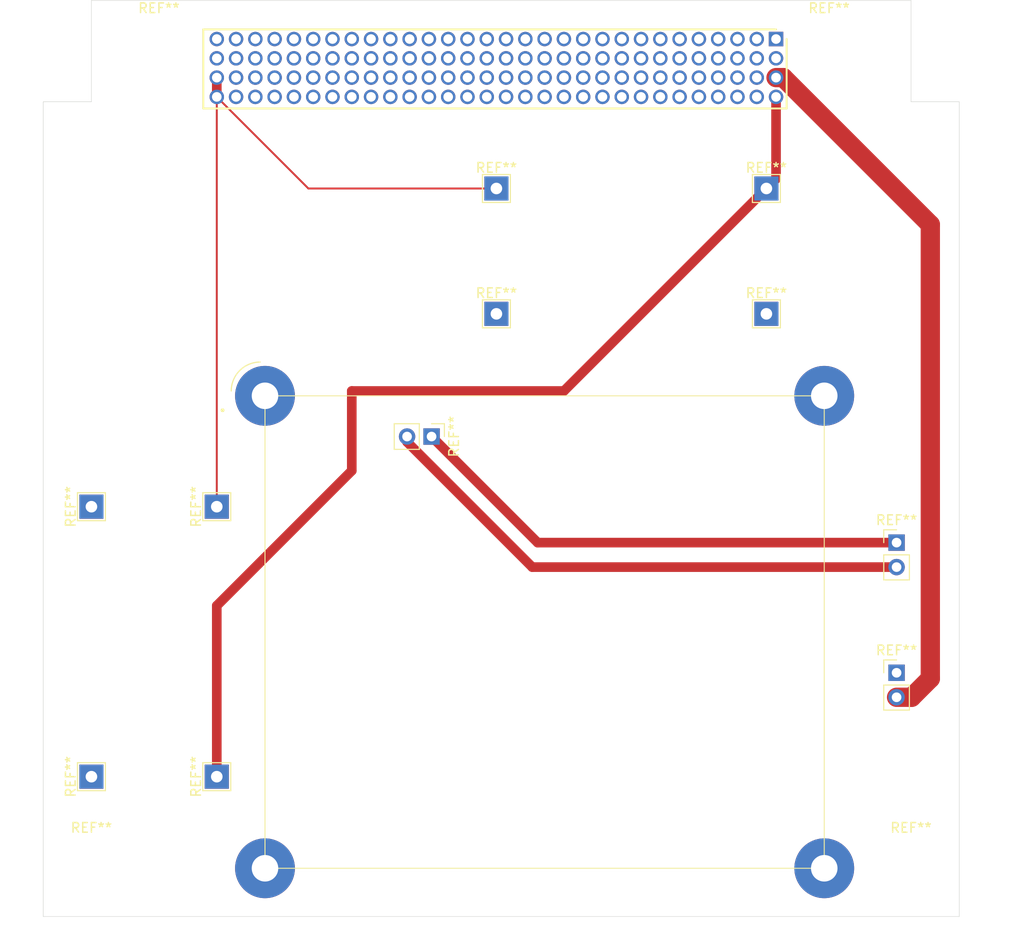
<source format=kicad_pcb>
(kicad_pcb (version 20240108) (generator "pcbnew") (generator_version "8.0")
  (layers (0 "F.Cu" signal) (1 "In1.Cu" signal) (2 "In2.Cu" signal) (31 "B.Cu" signal) (34 "B.Paste" user) (35 "F.Paste" user) (36 "B.SilkS" user "B.Silkscreen") (37 "F.SilkS" user "F.Silkscreen") (38 "B.Mask" user) (39 "F.Mask" user) (44 "Edge.Cuts" user))
  (net 0 "")
  (net 1 "GND")
  (net 2 "BAT-IN")
  (net 3 "-")
  (net 4 "+")
  (net 5 "BAT-OUT")
  (net 6 "vdd")
  (footprint "TestPoint:TestPoint_THTPad_2.5x2.5mm_Drill1.2mm" (layer "F.Cu") (at 255 89)
    (property "Reference" "REF**" (at 0 -2.148 0) (layer "F.SilkS"))
    (property "Value" "TestPoint_THTPad_2.5x2.5mm_Drill1.2mm")
    (fp_line (start -1.45 -1.45) (end 1.45 -1.45) (stroke (width 0.12)) (layer "F.SilkS"))
    (fp_line (start -1.45 1.45) (end -1.45 -1.45) (stroke (width 0.12)) (layer "F.SilkS"))
    (fp_line (start 1.45 -1.45) (end 1.45 1.45) (stroke (width 0.12)) (layer "F.SilkS"))
    (fp_line (start 1.45 1.45) (end -1.45 1.45) (stroke (width 0.12)) (layer "F.SilkS"))
    (pad "1" thru_hole rect (at 0 0) (size 2.5 2.5) (drill 1.2) (layers "*.Cu" "*.Mask") (net 1 "GND"))
  )
  (footprint "TestPoint:TestPoint_THTPad_2.5x2.5mm_Drill1.2mm" (layer "F.Cu") (at 198 137 90)
    (property "Reference" "REF**" (at 0 -2.148 270) (layer "F.SilkS"))
    (property "Value" "TestPoint_THTPad_2.5x2.5mm_Drill1.2mm")
    (fp_line (start 1.45 -1.45) (end 1.45 1.45) (stroke (width 0.12)) (layer "F.SilkS"))
    (fp_line (start -1.45 -1.45) (end 1.45 -1.45) (stroke (width 0.12)) (layer "F.SilkS"))
    (fp_line (start 1.45 1.45) (end -1.45 1.45) (stroke (width 0.12)) (layer "F.SilkS"))
    (fp_line (start -1.45 1.45) (end -1.45 -1.45) (stroke (width 0.12)) (layer "F.SilkS"))
    (pad "1" thru_hole rect (at 0 0 90) (size 2.5 2.5) (drill 1.2) (layers "*.Cu" "*.Mask") (net 5 "BAT-OUT"))
  )
  (footprint "KiCad:RHDR120W55P200_4X30_6020X800X935P" (layer "F.Cu") (at 256 60.5)
    (property "Reference" "J**" (hide yes))
    (property "Value" "RHDR120W55P200_4X30_6020X800X935P" (hide yes))
    (fp_line (start -59.4 -1) (end -59.4 7.2) (stroke (width 0.2)) (layer "F.SilkS"))
    (fp_line (start -59.4 7.2) (end 1.1 7.2) (stroke (width 0.2)) (layer "F.SilkS"))
    (fp_line (start 0 -1) (end -59.4 -1) (stroke (width 0.2)) (layer "F.SilkS"))
    (fp_line (start 1.1 7.2) (end 1.1 0) (stroke (width 0.2)) (layer "F.SilkS"))
    (pad "1" thru_hole rect (at 0 0) (size 1.5 1.5) (drill 1) (layers "*.Cu" "*.Mask") (net 1 "GND"))
    (pad "2" thru_hole circle (at -2 0) (size 1.5 1.5) (drill 1) (layers "*.Cu" "*.Mask") (net 1 "GND"))
    (pad "3" thru_hole circle (at -4 0) (size 1.5 1.5) (drill 1) (layers "*.Cu" "*.Mask"))
    (pad "4" thru_hole circle (at -6 0) (size 1.5 1.5) (drill 1) (layers "*.Cu" "*.Mask"))
    (pad "5" thru_hole circle (at -8 0) (size 1.5 1.5) (drill 1) (layers "*.Cu" "*.Mask"))
    (pad "6" thru_hole circle (at -10 0) (size 1.5 1.5) (drill 1) (layers "*.Cu" "*.Mask"))
    (pad "7" thru_hole circle (at -12 0) (size 1.5 1.5) (drill 1) (layers "*.Cu" "*.Mask"))
    (pad "8" thru_hole circle (at -14 0) (size 1.5 1.5) (drill 1) (layers "*.Cu" "*.Mask"))
    (pad "9" thru_hole circle (at -16 0) (size 1.5 1.5) (drill 1) (layers "*.Cu" "*.Mask"))
    (pad "10" thru_hole circle (at -18 0) (size 1.5 1.5) (drill 1) (layers "*.Cu" "*.Mask"))
    (pad "11" thru_hole circle (at -20 0) (size 1.5 1.5) (drill 1) (layers "*.Cu" "*.Mask"))
    (pad "12" thru_hole circle (at -22 0) (size 1.5 1.5) (drill 1) (layers "*.Cu" "*.Mask"))
    (pad "13" thru_hole circle (at -24 0) (size 1.5 1.5) (drill 1) (layers "*.Cu" "*.Mask"))
    (pad "14" thru_hole circle (at -26 0) (size 1.5 1.5) (drill 1) (layers "*.Cu" "*.Mask"))
    (pad "15" thru_hole circle (at -28 0) (size 1.5 1.5) (drill 1) (layers "*.Cu" "*.Mask"))
    (pad "16" thru_hole circle (at -30 0) (size 1.5 1.5) (drill 1) (layers "*.Cu" "*.Mask"))
    (pad "17" thru_hole circle (at -32 0) (size 1.5 1.5) (drill 1) (layers "*.Cu" "*.Mask"))
    (pad "18" thru_hole circle (at -34 0) (size 1.5 1.5) (drill 1) (layers "*.Cu" "*.Mask"))
    (pad "19" thru_hole circle (at -36 0) (size 1.5 1.5) (drill 1) (layers "*.Cu" "*.Mask"))
    (pad "20" thru_hole circle (at -38 0) (size 1.5 1.5) (drill 1) (layers "*.Cu" "*.Mask"))
    (pad "21" thru_hole circle (at -40 0) (size 1.5 1.5) (drill 1) (layers "*.Cu" "*.Mask"))
    (pad "22" thru_hole circle (at -42 0) (size 1.5 1.5) (drill 1) (layers "*.Cu" "*.Mask"))
    (pad "23" thru_hole circle (at -44 0) (size 1.5 1.5) (drill 1) (layers "*.Cu" "*.Mask"))
    (pad "24" thru_hole circle (at -46 0) (size 1.5 1.5) (drill 1) (layers "*.Cu" "*.Mask"))
    (pad "25" thru_hole circle (at -48 0) (size 1.5 1.5) (drill 1) (layers "*.Cu" "*.Mask"))
    (pad "26" thru_hole circle (at -50 0) (size 1.5 1.5) (drill 1) (layers "*.Cu" "*.Mask"))
    (pad "27" thru_hole circle (at -52 0) (size 1.5 1.5) (drill 1) (layers "*.Cu" "*.Mask"))
    (pad "28" thru_hole circle (at -54 0) (size 1.5 1.5) (drill 1) (layers "*.Cu" "*.Mask"))
    (pad "29" thru_hole circle (at -56 0) (size 1.5 1.5) (drill 1) (layers "*.Cu" "*.Mask"))
    (pad "30" thru_hole circle (at -58 0) (size 1.5 1.5) (drill 1) (layers "*.Cu" "*.Mask") (net 1 "GND"))
    (pad "31" thru_hole circle (at 0 2) (size 1.5 1.5) (drill 1) (layers "*.Cu" "*.Mask") (net 1 "GND"))
    (pad "32" thru_hole circle (at -2 2) (size 1.5 1.5) (drill 1) (layers "*.Cu" "*.Mask"))
    (pad "33" thru_hole circle (at -4 2) (size 1.5 1.5) (drill 1) (layers "*.Cu" "*.Mask"))
    (pad "34" thru_hole circle (at -6 2) (size 1.5 1.5) (drill 1) (layers "*.Cu" "*.Mask"))
    (pad "35" thru_hole circle (at -8 2) (size 1.5 1.5) (drill 1) (layers "*.Cu" "*.Mask"))
    (pad "36" thru_hole circle (at -10 2) (size 1.5 1.5) (drill 1) (layers "*.Cu" "*.Mask"))
    (pad "37" thru_hole circle (at -12 2) (size 1.5 1.5) (drill 1) (layers "*.Cu" "*.Mask"))
    (pad "38" thru_hole circle (at -14 2) (size 1.5 1.5) (drill 1) (layers "*.Cu" "*.Mask"))
    (pad "39" thru_hole circle (at -16 2) (size 1.5 1.5) (drill 1) (layers "*.Cu" "*.Mask"))
    (pad "40" thru_hole circle (at -18 2) (size 1.5 1.5) (drill 1) (layers "*.Cu" "*.Mask"))
    (pad "41" thru_hole circle (at -20 2) (size 1.5 1.5) (drill 1) (layers "*.Cu" "*.Mask"))
    (pad "42" thru_hole circle (at -22 2) (size 1.5 1.5) (drill 1) (layers "*.Cu" "*.Mask"))
    (pad "43" thru_hole circle (at -24 2) (size 1.5 1.5) (drill 1) (layers "*.Cu" "*.Mask"))
    (pad "44" thru_hole circle (at -26 2) (size 1.5 1.5) (drill 1) (layers "*.Cu" "*.Mask"))
    (pad "45" thru_hole circle (at -28 2) (size 1.5 1.5) (drill 1) (layers "*.Cu" "*.Mask"))
    (pad "46" thru_hole circle (at -30 2) (size 1.5 1.5) (drill 1) (layers "*.Cu" "*.Mask"))
    (pad "47" thru_hole circle (at -32 2) (size 1.5 1.5) (drill 1) (layers "*.Cu" "*.Mask"))
    (pad "48" thru_hole circle (at -34 2) (size 1.5 1.5) (drill 1) (layers "*.Cu" "*.Mask"))
    (pad "49" thru_hole circle (at -36 2) (size 1.5 1.5) (drill 1) (layers "*.Cu" "*.Mask"))
    (pad "50" thru_hole circle (at -38 2) (size 1.5 1.5) (drill 1) (layers "*.Cu" "*.Mask"))
    (pad "51" thru_hole circle (at -40 2) (size 1.5 1.5) (drill 1) (layers "*.Cu" "*.Mask"))
    (pad "52" thru_hole circle (at -42 2) (size 1.5 1.5) (drill 1) (layers "*.Cu" "*.Mask"))
    (pad "53" thru_hole circle (at -44 2) (size 1.5 1.5) (drill 1) (layers "*.Cu" "*.Mask"))
    (pad "54" thru_hole circle (at -46 2) (size 1.5 1.5) (drill 1) (layers "*.Cu" "*.Mask"))
    (pad "55" thru_hole circle (at -48 2) (size 1.5 1.5) (drill 1) (layers "*.Cu" "*.Mask"))
    (pad "56" thru_hole circle (at -50 2) (size 1.5 1.5) (drill 1) (layers "*.Cu" "*.Mask"))
    (pad "57" thru_hole circle (at -52 2) (size 1.5 1.5) (drill 1) (layers "*.Cu" "*.Mask"))
    (pad "58" thru_hole circle (at -54 2) (size 1.5 1.5) (drill 1) (layers "*.Cu" "*.Mask"))
    (pad "59" thru_hole circle (at -56 2) (size 1.5 1.5) (drill 1) (layers "*.Cu" "*.Mask"))
    (pad "60" thru_hole circle (at -58 2) (size 1.5 1.5) (drill 1) (layers "*.Cu" "*.Mask"))
    (pad "61" thru_hole circle (at 0 4) (size 1.5 1.5) (drill 1) (layers "*.Cu" "*.Mask") (net 2 "BAT-IN"))
    (pad "62" thru_hole circle (at -2 4) (size 1.5 1.5) (drill 1) (layers "*.Cu" "*.Mask"))
    (pad "63" thru_hole circle (at -4 4) (size 1.5 1.5) (drill 1) (layers "*.Cu" "*.Mask"))
    (pad "64" thru_hole circle (at -6 4) (size 1.5 1.5) (drill 1) (layers "*.Cu" "*.Mask"))
    (pad "65" thru_hole circle (at -8 4) (size 1.5 1.5) (drill 1) (layers "*.Cu" "*.Mask"))
    (pad "66" thru_hole circle (at -10 4) (size 1.5 1.5) (drill 1) (layers "*.Cu" "*.Mask"))
    (pad "67" thru_hole circle (at -12 4) (size 1.5 1.5) (drill 1) (layers "*.Cu" "*.Mask"))
    (pad "68" thru_hole circle (at -14 4) (size 1.5 1.5) (drill 1) (layers "*.Cu" "*.Mask"))
    (pad "69" thru_hole circle (at -16 4) (size 1.5 1.5) (drill 1) (layers "*.Cu" "*.Mask"))
    (pad "70" thru_hole circle (at -18 4) (size 1.5 1.5) (drill 1) (layers "*.Cu" "*.Mask"))
    (pad "71" thru_hole circle (at -20 4) (size 1.5 1.5) (drill 1) (layers "*.Cu" "*.Mask"))
    (pad "72" thru_hole circle (at -22 4) (size 1.5 1.5) (drill 1) (layers "*.Cu" "*.Mask"))
    (pad "73" thru_hole circle (at -24 4) (size 1.5 1.5) (drill 1) (layers "*.Cu" "*.Mask"))
    (pad "74" thru_hole circle (at -26 4) (size 1.5 1.5) (drill 1) (layers "*.Cu" "*.Mask"))
    (pad "75" thru_hole circle (at -28 4) (size 1.5 1.5) (drill 1) (layers "*.Cu" "*.Mask"))
    (pad "76" thru_hole circle (at -30 4) (size 1.5 1.5) (drill 1) (layers "*.Cu" "*.Mask"))
    (pad "77" thru_hole circle (at -32 4) (size 1.5 1.5) (drill 1) (layers "*.Cu" "*.Mask"))
    (pad "78" thru_hole circle (at -34 4) (size 1.5 1.5) (drill 1) (layers "*.Cu" "*.Mask"))
    (pad "79" thru_hole circle (at -36 4) (size 1.5 1.5) (drill 1) (layers "*.Cu" "*.Mask"))
    (pad "80" thru_hole circle (at -38 4) (size 1.5 1.5) (drill 1) (layers "*.Cu" "*.Mask"))
    (pad "81" thru_hole circle (at -40 4) (size 1.5 1.5) (drill 1) (layers "*.Cu" "*.Mask"))
    (pad "82" thru_hole circle (at -42 4) (size 1.5 1.5) (drill 1) (layers "*.Cu" "*.Mask"))
    (pad "83" thru_hole circle (at -44 4) (size 1.5 1.5) (drill 1) (layers "*.Cu" "*.Mask"))
    (pad "84" thru_hole circle (at -46 4) (size 1.5 1.5) (drill 1) (layers "*.Cu" "*.Mask"))
    (pad "85" thru_hole circle (at -48 4) (size 1.5 1.5) (drill 1) (layers "*.Cu" "*.Mask"))
    (pad "86" thru_hole circle (at -50 4) (size 1.5 1.5) (drill 1) (layers "*.Cu" "*.Mask"))
    (pad "87" thru_hole circle (at -52 4) (size 1.5 1.5) (drill 1) (layers "*.Cu" "*.Mask"))
    (pad "88" thru_hole circle (at -54 4) (size 1.5 1.5) (drill 1) (layers "*.Cu" "*.Mask"))
    (pad "89" thru_hole circle (at -56 4) (size 1.5 1.5) (drill 1) (layers "*.Cu" "*.Mask"))
    (pad "90" thru_hole circle (at -58 4) (size 1.5 1.5) (drill 1) (layers "*.Cu" "*.Mask") (net 6 "vdd"))
    (pad "91" thru_hole circle (at 0 6) (size 1.5 1.5) (drill 1) (layers "*.Cu" "*.Mask") (net 5 "BAT-OUT"))
    (pad "92" thru_hole circle (at -2 6) (size 1.5 1.5) (drill 1) (layers "*.Cu" "*.Mask"))
    (pad "93" thru_hole circle (at -4 6) (size 1.5 1.5) (drill 1) (layers "*.Cu" "*.Mask"))
    (pad "94" thru_hole circle (at -6 6) (size 1.5 1.5) (drill 1) (layers "*.Cu" "*.Mask"))
    (pad "95" thru_hole circle (at -8 6) (size 1.5 1.5) (drill 1) (layers "*.Cu" "*.Mask"))
    (pad "96" thru_hole circle (at -10 6) (size 1.5 1.5) (drill 1) (layers "*.Cu" "*.Mask"))
    (pad "97" thru_hole circle (at -12 6) (size 1.5 1.5) (drill 1) (layers "*.Cu" "*.Mask"))
    (pad "98" thru_hole circle (at -14 6) (size 1.5 1.5) (drill 1) (layers "*.Cu" "*.Mask"))
    (pad "99" thru_hole circle (at -16 6) (size 1.5 1.5) (drill 1) (layers "*.Cu" "*.Mask"))
    (pad "100" thru_hole circle (at -18 6) (size 1.5 1.5) (drill 1) (layers "*.Cu" "*.Mask"))
    (pad "101" thru_hole circle (at -20 6) (size 1.5 1.5) (drill 1) (layers "*.Cu" "*.Mask"))
    (pad "102" thru_hole circle (at -22 6) (size 1.5 1.5) (drill 1) (layers "*.Cu" "*.Mask"))
    (pad "103" thru_hole circle (at -24 6) (size 1.5 1.5) (drill 1) (layers "*.Cu" "*.Mask"))
    (pad "104" thru_hole circle (at -26 6) (size 1.5 1.5) (drill 1) (layers "*.Cu" "*.Mask"))
    (pad "105" thru_hole circle (at -28 6) (size 1.5 1.5) (drill 1) (layers "*.Cu" "*.Mask"))
    (pad "106" thru_hole circle (at -30 6) (size 1.5 1.5) (drill 1) (layers "*.Cu" "*.Mask"))
    (pad "107" thru_hole circle (at -32 6) (size 1.5 1.5) (drill 1) (layers "*.Cu" "*.Mask"))
    (pad "108" thru_hole circle (at -34 6) (size 1.5 1.5) (drill 1) (layers "*.Cu" "*.Mask"))
    (pad "109" thru_hole circle (at -36 6) (size 1.5 1.5) (drill 1) (layers "*.Cu" "*.Mask"))
    (pad "110" thru_hole circle (at -38 6) (size 1.5 1.5) (drill 1) (layers "*.Cu" "*.Mask"))
    (pad "111" thru_hole circle (at -40 6) (size 1.5 1.5) (drill 1) (layers "*.Cu" "*.Mask"))
    (pad "112" thru_hole circle (at -42 6) (size 1.5 1.5) (drill 1) (layers "*.Cu" "*.Mask"))
    (pad "113" thru_hole circle (at -44 6) (size 1.5 1.5) (drill 1) (layers "*.Cu" "*.Mask"))
    (pad "114" thru_hole circle (at -46 6) (size 1.5 1.5) (drill 1) (layers "*.Cu" "*.Mask"))
    (pad "115" thru_hole circle (at -48 6) (size 1.5 1.5) (drill 1) (layers "*.Cu" "*.Mask"))
    (pad "116" thru_hole circle (at -50 6) (size 1.5 1.5) (drill 1) (layers "*.Cu" "*.Mask"))
    (pad "117" thru_hole circle (at -52 6) (size 1.5 1.5) (drill 1) (layers "*.Cu" "*.Mask"))
    (pad "118" thru_hole circle (at -54 6) (size 1.5 1.5) (drill 1) (layers "*.Cu" "*.Mask"))
    (pad "119" thru_hole circle (at -56 6) (size 1.5 1.5) (drill 1) (layers "*.Cu" "*.Mask"))
    (pad "120" thru_hole circle (at -58 6) (size 1.5 1.5) (drill 1) (layers "*.Cu" "*.Mask") (net 6 "vdd"))
  )
  (footprint "TestPoint:TestPoint_THTPad_2.5x2.5mm_Drill1.2mm" (layer "F.Cu") (at 185 109 90)
    (property "Reference" "REF**" (at 0 -2.148 270) (layer "F.SilkS"))
    (property "Value" "TestPoint_THTPad_2.5x2.5mm_Drill1.2mm")
    (fp_line (start 1.45 -1.45) (end 1.45 1.45) (stroke (width 0.12)) (layer "F.SilkS"))
    (fp_line (start -1.45 -1.45) (end 1.45 -1.45) (stroke (width 0.12)) (layer "F.SilkS"))
    (fp_line (start 1.45 1.45) (end -1.45 1.45) (stroke (width 0.12)) (layer "F.SilkS"))
    (fp_line (start -1.45 1.45) (end -1.45 -1.45) (stroke (width 0.12)) (layer "F.SilkS"))
    (pad "1" thru_hole rect (at 0 0 90) (size 2.5 2.5) (drill 1.2) (layers "*.Cu" "*.Mask") (net 1 "GND"))
  )
  (footprint "TestPoint:TestPoint_THTPad_2.5x2.5mm_Drill1.2mm" (layer "F.Cu") (at 185 137 90)
    (property "Reference" "REF**" (at 0 -2.148 270) (layer "F.SilkS"))
    (property "Value" "TestPoint_THTPad_2.5x2.5mm_Drill1.2mm")
    (fp_line (start 1.45 -1.45) (end 1.45 1.45) (stroke (width 0.12)) (layer "F.SilkS"))
    (fp_line (start -1.45 -1.45) (end 1.45 -1.45) (stroke (width 0.12)) (layer "F.SilkS"))
    (fp_line (start 1.45 1.45) (end -1.45 1.45) (stroke (width 0.12)) (layer "F.SilkS"))
    (fp_line (start -1.45 1.45) (end -1.45 -1.45) (stroke (width 0.12)) (layer "F.SilkS"))
    (pad "1" thru_hole rect (at 0 0 90) (size 2.5 2.5) (drill 1.2) (layers "*.Cu" "*.Mask") (net 1 "GND"))
  )
  (footprint "Connector_PinHeader_2.54mm:PinHeader_1x02_P2.54mm_Vertical" (layer "F.Cu") (at 220.275 101.725 -90)
    (property "Reference" "REF**" (at 0 -2.33 90) (layer "F.SilkS"))
    (property "Value" "PinHeader_1x02_P2.54mm_Vertical")
    (fp_line (start -1.33 3.87) (end 1.33 3.87) (stroke (width 0.12)) (layer "F.SilkS"))
    (fp_line (start -1.33 1.27) (end -1.33 3.87) (stroke (width 0.12)) (layer "F.SilkS"))
    (fp_line (start -1.33 1.27) (end 1.33 1.27) (stroke (width 0.12)) (layer "F.SilkS"))
    (fp_line (start 1.33 1.27) (end 1.33 3.87) (stroke (width 0.12)) (layer "F.SilkS"))
    (fp_line (start -1.33 0) (end -1.33 -1.33) (stroke (width 0.12)) (layer "F.SilkS"))
    (fp_line (start -1.33 -1.33) (end 0 -1.33) (stroke (width 0.12)) (layer "F.SilkS"))
    (pad "1" thru_hole rect (at 0 0 270) (size 1.7 1.7) (drill 1) (layers "*.Cu" "*.Mask") (net 3 "-"))
    (pad "2" thru_hole oval (at 0 2.54 270) (size 1.7 1.7) (drill 1) (layers "*.Cu" "*.Mask") (net 4 "+"))
  )
  (footprint "TestPoint:TestPoint_THTPad_2.5x2.5mm_Drill1.2mm" (layer "F.Cu") (at 227 76)
    (property "Reference" "REF**" (at 0 -2.148 0) (layer "F.SilkS"))
    (property "Value" "TestPoint_THTPad_2.5x2.5mm_Drill1.2mm")
    (fp_line (start -1.45 -1.45) (end 1.45 -1.45) (stroke (width 0.12)) (layer "F.SilkS"))
    (fp_line (start -1.45 1.45) (end -1.45 -1.45) (stroke (width 0.12)) (layer "F.SilkS"))
    (fp_line (start 1.45 -1.45) (end 1.45 1.45) (stroke (width 0.12)) (layer "F.SilkS"))
    (fp_line (start 1.45 1.45) (end -1.45 1.45) (stroke (width 0.12)) (layer "F.SilkS"))
    (pad "1" thru_hole rect (at 0 0) (size 2.5 2.5) (drill 1.2) (layers "*.Cu" "*.Mask") (net 6 "vdd"))
  )
  (footprint "Connector_PinHeader_2.54mm:PinHeader_1x02_P2.54mm_Vertical" (layer "F.Cu") (at 268.5 126.225)
    (property "Reference" "REF**" (at 0 -2.33 0) (layer "F.SilkS"))
    (property "Value" "PinHeader_1x02_P2.54mm_Vertical")
    (fp_line (start -1.33 -1.33) (end 0 -1.33) (stroke (width 0.12)) (layer "F.SilkS"))
    (fp_line (start -1.33 0) (end -1.33 -1.33) (stroke (width 0.12)) (layer "F.SilkS"))
    (fp_line (start -1.33 1.27) (end -1.33 3.87) (stroke (width 0.12)) (layer "F.SilkS"))
    (fp_line (start -1.33 1.27) (end 1.33 1.27) (stroke (width 0.12)) (layer "F.SilkS"))
    (fp_line (start -1.33 3.87) (end 1.33 3.87) (stroke (width 0.12)) (layer "F.SilkS"))
    (fp_line (start 1.33 1.27) (end 1.33 3.87) (stroke (width 0.12)) (layer "F.SilkS"))
    (pad "1" thru_hole rect (at 0 0) (size 1.7 1.7) (drill 1) (layers "*.Cu" "*.Mask") (net 1 "GND"))
    (pad "2" thru_hole oval (at 0 2.54) (size 1.7 1.7) (drill 1) (layers "*.Cu" "*.Mask") (net 2 "BAT-IN"))
  )
  (footprint "TestPoint:TestPoint_THTPad_2.5x2.5mm_Drill1.2mm" (layer "F.Cu") (at 198 109 90)
    (property "Reference" "REF**" (at 0 -2.148 270) (layer "F.SilkS"))
    (property "Value" "TestPoint_THTPad_2.5x2.5mm_Drill1.2mm")
    (fp_line (start 1.45 -1.45) (end 1.45 1.45) (stroke (width 0.12)) (layer "F.SilkS"))
    (fp_line (start -1.45 -1.45) (end 1.45 -1.45) (stroke (width 0.12)) (layer "F.SilkS"))
    (fp_line (start 1.45 1.45) (end -1.45 1.45) (stroke (width 0.12)) (layer "F.SilkS"))
    (fp_line (start -1.45 1.45) (end -1.45 -1.45) (stroke (width 0.12)) (layer "F.SilkS"))
    (pad "1" thru_hole rect (at 0 0 90) (size 2.5 2.5) (drill 1.2) (layers "*.Cu" "*.Mask") (net 6 "vdd"))
  )
  (footprint "Connector_PinHeader_2.54mm:PinHeader_1x02_P2.54mm_Vertical" (layer "F.Cu") (at 268.5 112.725)
    (property "Reference" "REF**" (at 0 -2.33 360) (layer "F.SilkS"))
    (property "Value" "PinHeader_1x02_P2.54mm_Vertical")
    (fp_line (start -1.33 -1.33) (end 0 -1.33) (stroke (width 0.12)) (layer "F.SilkS"))
    (fp_line (start -1.33 0) (end -1.33 -1.33) (stroke (width 0.12)) (layer "F.SilkS"))
    (fp_line (start -1.33 1.27) (end -1.33 3.87) (stroke (width 0.12)) (layer "F.SilkS"))
    (fp_line (start -1.33 1.27) (end 1.33 1.27) (stroke (width 0.12)) (layer "F.SilkS"))
    (fp_line (start -1.33 3.87) (end 1.33 3.87) (stroke (width 0.12)) (layer "F.SilkS"))
    (fp_line (start 1.33 1.27) (end 1.33 3.87) (stroke (width 0.12)) (layer "F.SilkS"))
    (pad "1" thru_hole rect (at 0 0) (size 1.7 1.7) (drill 1) (layers "*.Cu" "*.Mask") (net 3 "-"))
    (pad "2" thru_hole oval (at 0 2.54) (size 1.7 1.7) (drill 1) (layers "*.Cu" "*.Mask") (net 4 "+"))
  )
  (footprint "MountingHole:MountingHole_3.2mm_M3" (layer "F.Cu") (at 270 146.5)
    (property "Reference" "REF**" (at 0 -4.2 0) (layer "F.SilkS"))
    (property "Value" "MountingHole_3.2mm_M3")
    (pad "" np_thru_hole circle (at 0 0) (size 3.2 3.2) (drill 3.2) (layers "*.Mask" "F.Cu" "In1.Cu" "In2.Cu" "B.Cu"))
  )
  (footprint "TestPoint:TestPoint_THTPad_2.5x2.5mm_Drill1.2mm" (layer "F.Cu") (at 255 76)
    (property "Reference" "REF**" (at 0 -2.148 0) (layer "F.SilkS"))
    (property "Value" "TestPoint_THTPad_2.5x2.5mm_Drill1.2mm")
    (fp_line (start -1.45 -1.45) (end 1.45 -1.45) (stroke (width 0.12)) (layer "F.SilkS"))
    (fp_line (start -1.45 1.45) (end -1.45 -1.45) (stroke (width 0.12)) (layer "F.SilkS"))
    (fp_line (start 1.45 -1.45) (end 1.45 1.45) (stroke (width 0.12)) (layer "F.SilkS"))
    (fp_line (start 1.45 1.45) (end -1.45 1.45) (stroke (width 0.12)) (layer "F.SilkS"))
    (pad "1" thru_hole rect (at 0 0) (size 2.5 2.5) (drill 1.2) (layers "*.Cu" "*.Mask") (net 5 "BAT-OUT"))
  )
  (footprint "TestPoint:TestPoint_THTPad_2.5x2.5mm_Drill1.2mm" (layer "F.Cu") (at 227 89)
    (property "Reference" "REF**" (at 0 -2.148 0) (layer "F.SilkS"))
    (property "Value" "TestPoint_THTPad_2.5x2.5mm_Drill1.2mm")
    (fp_line (start -1.45 -1.45) (end 1.45 -1.45) (stroke (width 0.12)) (layer "F.SilkS"))
    (fp_line (start -1.45 1.45) (end -1.45 -1.45) (stroke (width 0.12)) (layer "F.SilkS"))
    (fp_line (start 1.45 -1.45) (end 1.45 1.45) (stroke (width 0.12)) (layer "F.SilkS"))
    (fp_line (start 1.45 1.45) (end -1.45 1.45) (stroke (width 0.12)) (layer "F.SilkS"))
    (pad "1" thru_hole rect (at 0 0) (size 2.5 2.5) (drill 1.2) (layers "*.Cu" "*.Mask") (net 1 "GND"))
  )
  (footprint "MountingHole:MountingHole_3.2mm_M3" (layer "F.Cu") (at 192 61.5)
    (property "Reference" "REF**" (at 0 -4.2 0) (layer "F.SilkS"))
    (property "Value" "MountingHole_3.2mm_M3")
    (pad "" np_thru_hole circle (at 0 0) (size 3.2 3.2) (drill 3.2) (layers "*.Mask" "F.Cu" "In1.Cu" "In2.Cu" "B.Cu"))
  )
  (footprint "clipboard:b0270bba-4f7a-49f7-8d76-0211d2d4830b" (layer "F.Cu") (at 261 146.5)
    (property "Reference" "" (at 0 0 0) (layer "F.SilkS") (effects (font (size 1.27 1.27))))
    (property "Value" "")
    (fp_rect (start -58 -49) (end 0 0) (stroke (width 0.1)) (fill none) (layer "F.SilkS"))
    (fp_arc (start -61.5 -49.5) (mid -60.62132 -51.62132) (end -58.5 -52.5) (stroke (width 0.127)) (layer "F.SilkS"))
    (fp_circle (center -62.4 -47.5) (end -62.3 -47.5) (stroke (width 0.2)) (fill none) (layer "F.SilkS"))
    (pad "S1" thru_hole circle (at -58 -49) (size 6.2 6.2) (drill 2.75) (layers "*.Cu" "*.Mask"))
    (pad "S1" thru_hole circle (at -58 0) (size 6.2 6.2) (drill 2.75) (layers "*.Cu" "*.Mask"))
    (pad "S2" thru_hole circle (at 0 -49) (size 6.2 6.2) (drill 2.75) (layers "*.Cu" "*.Mask"))
    (pad "S3" thru_hole circle (at 0 0) (size 6.2 6.2) (drill 2.75) (layers "*.Cu" "*.Mask"))
  )
  (footprint "MountingHole:MountingHole_3.2mm_M3" (layer "F.Cu") (at 185 146.5)
    (property "Reference" "REF**" (at 0 -4.2 0) (layer "F.SilkS"))
    (property "Value" "MountingHole_3.2mm_M3")
    (pad "" np_thru_hole circle (at 0 0) (size 3.2 3.2) (drill 3.2) (layers "*.Mask" "F.Cu" "In1.Cu" "In2.Cu" "B.Cu"))
  )
  (footprint "MountingHole:MountingHole_3.2mm_M3" (layer "F.Cu") (at 261.5 61.5)
    (property "Reference" "REF**" (at 0 -4.2 0) (layer "F.SilkS"))
    (property "Value" "MountingHole_3.2mm_M3")
    (pad "" np_thru_hole circle (at 0 0) (size 3.2 3.2) (drill 3.2) (layers "*.Mask" "F.Cu" "In1.Cu" "In2.Cu" "B.Cu"))
  )
  (gr_line (start 275 151.5) (end 180 151.5) (stroke (width 0.05)) (layer "Edge.Cuts"))
  (gr_line (start 185 67) (end 185 56.5) (stroke (width 0.05)) (layer "Edge.Cuts"))
  (gr_line (start 180 151.5) (end 180 67) (stroke (width 0.05)) (layer "Edge.Cuts"))
  (gr_line (start 180 67) (end 185 67) (stroke (width 0.05)) (layer "Edge.Cuts"))
  (gr_line (start 185 56.5) (end 270 56.5) (stroke (width 0.05)) (layer "Edge.Cuts"))
  (gr_line (start 270 56.5) (end 270 67) (stroke (width 0.05)) (layer "Edge.Cuts"))
  (gr_line (start 275 67) (end 275 151.5) (stroke (width 0.05)) (layer "Edge.Cuts"))
  (gr_line (start 270 67) (end 275 67) (stroke (width 0.05)) (layer "Edge.Cuts"))
  (segment (start 203.928 66.572) (end 204 66.5) (width 0.2) (layer "F.Cu") (net 0))
  (segment (start 238 66.6) (end 238 66.5) (width 0.2) (layer "F.Cu") (net 0))
  (segment (start 270.06 128.765) (end 268.5 128.765) (width 2) (layer "F.Cu") (net 2))
  (segment (start 272 79.742283) (end 272 126.825) (width 2) (layer "F.Cu") (net 2))
  (segment (start 256.757717 64.5) (end 272 79.742283) (width 2) (layer "F.Cu") (net 2))
  (segment (start 256 64.5) (end 256.757717 64.5) (width 2) (layer "F.Cu") (net 2))
  (segment (start 272 126.825) (end 270.06 128.765) (width 2) (layer "F.Cu") (net 2))
  (segment (start 268.5 112.725) (end 231.275 112.725) (width 1) (layer "F.Cu") (net 3))
  (segment (start 231.275 112.725) (end 220.275 101.725) (width 1) (layer "F.Cu") (net 3))
  (segment (start 217.735 102.285) (end 217.735 101.725) (width 1) (layer "F.Cu") (net 4))
  (segment (start 230.715 115.265) (end 217.735 102.285) (width 1) (layer "F.Cu") (net 4))
  (segment (start 268.5 115.265) (end 230.715 115.265) (width 1) (layer "F.Cu") (net 4))
  (segment (start 234 97) (end 212 97) (width 1) (layer "F.Cu") (net 5))
  (segment (start 255 76) (end 234 97) (width 1) (layer "F.Cu") (net 5))
  (segment (start 256 75) (end 255 76) (width 1) (layer "F.Cu") (net 5))
  (segment (start 256 66.5) (end 256 75) (width 1) (layer "F.Cu") (net 5))
  (segment (start 212 97) (end 212 105.267968) (width 1) (layer "F.Cu") (net 5))
  (segment (start 212 105.267968) (end 198 119.267968) (width 1) (layer "F.Cu") (net 5))
  (segment (start 198 119.267968) (end 198 137) (width 1) (layer "F.Cu") (net 5))
  (segment (start 198 109) (end 198 66.5) (width 0.2) (layer "F.Cu") (net 6))
  (segment (start 207.5 76) (end 198 66.5) (width 0.2) (layer "F.Cu") (net 6))
  (segment (start 227 76) (end 207.5 76) (width 0.2) (layer "F.Cu") (net 6))
  (segment (start 198 64.5) (end 198 66.5) (width 1) (layer "F.Cu") (net 6))
)
</source>
